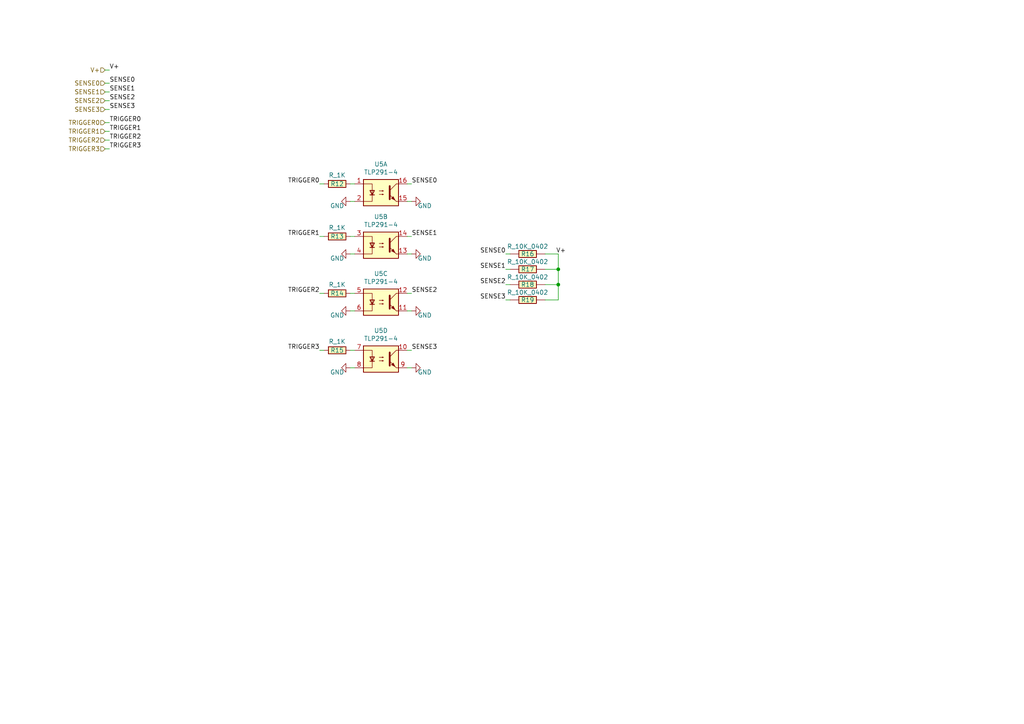
<source format=kicad_sch>
(kicad_sch (version 20230121) (generator eeschema)
  (paper "A4")
  (lib_symbols
    (symbol "Open Automation:R_10K_0402" (pin_numbers hide) (pin_names (offset 0))
      (property "Reference" "R" (at 0 0 90))
      (property "Value" "R_10K_0402" (at -1.905 0 90))
      (symbol "R_10K_0402_0_1"
        (rectangle (start -1.016 -2.54) (end 1.016 2.54) (stroke (width 0.254)) (fill (type background)))
      )
      (symbol "R_10K_0402_1_1"
        (pin passive line (at 0 -5.08 90) (length 2.54) (name "~") (number "1"))
        (pin passive line (at 0 5.08 270) (length 2.54) (name "~") (number "2"))
      )
    )
    (symbol "Open_Automation:R_1K" (pin_numbers hide) (pin_names (offset 0))
      (property "Reference" "R" (at 0 0 90))
      (property "Value" "R_1K" (at -1.905 0 90))
      (symbol "R_1K_0_1"
        (rectangle (start -1.016 -2.54) (end 1.016 2.54) (stroke (width 0.254)) (fill (type background)))
      )
      (symbol "R_1K_1_1"
        (pin passive line (at 0 3.81 270) (length 1.27) (name "~") (number "1"))
        (pin passive line (at 0 -3.81 90) (length 1.27) (name "~") (number "2"))
      )
    )
    (symbol "Open_Automation:TLP291-4"
      (property "Reference" "U" (at -5.08 5.08 0))
      (property "Value" "TLP291-4" (at 0 5.08 0))
      (symbol "TLP291-4_0_1"
        (rectangle (start -5.08 3.81) (end 5.08 -3.81) (stroke (width 0.254)) (fill (type background)))
        (polyline (pts (xy -3.175 -0.635) (xy -1.905 -0.635)) (stroke (width 0.254)))
        (polyline (pts (xy 2.54 0.635) (xy 4.445 2.54)))
        (polyline (pts (xy 4.445 -2.54) (xy 2.54 -0.635)) (fill (type outline)))
        (polyline (pts (xy 4.445 -2.54) (xy 5.08 -2.54)))
        (polyline (pts (xy 4.445 2.54) (xy 5.08 2.54)))
        (polyline (pts (xy -5.08 2.54) (xy -2.54 2.54) (xy -2.54 0.635)))
        (polyline (pts (xy -2.54 0.635) (xy -2.54 -2.54) (xy -5.08 -2.54)))
        (polyline (pts (xy 2.54 1.905) (xy 2.54 -1.905) (xy 2.54 -1.905)) (stroke (width 0.508)))
        (polyline (pts (xy -2.54 -0.635) (xy -3.175 0.635) (xy -1.905 0.635) (xy -2.54 -0.635)) (stroke (width 0.254)))
        (polyline (pts (xy -0.508 -0.508) (xy 0.762 -0.508) (xy 0.381 -0.635) (xy 0.381 -0.381) (xy 0.762 -0.508)))
        (polyline (pts (xy -0.508 0.508) (xy 0.762 0.508) (xy 0.381 0.381) (xy 0.381 0.635) (xy 0.762 0.508)))
        (polyline (pts (xy 3.048 -1.651) (xy 3.556 -1.143) (xy 4.064 -2.159) (xy 3.048 -1.651) (xy 3.048 -1.651)) (fill (type outline)))
      )
      (symbol "TLP291-4_1_1"
        (pin passive line (at -7.62 2.54 0) (length 2.54) (name "~") (number "1"))
        (pin passive line (at 7.62 -2.54 180) (length 2.54) (name "~") (number "15"))
        (pin passive line (at 7.62 2.54 180) (length 2.54) (name "~") (number "16"))
        (pin passive line (at -7.62 -2.54 0) (length 2.54) (name "~") (number "2"))
      )
      (symbol "TLP291-4_2_1"
        (pin passive line (at 7.62 -2.54 180) (length 2.54) (name "~") (number "13"))
        (pin passive line (at 7.62 2.54 180) (length 2.54) (name "~") (number "14"))
        (pin passive line (at -7.62 2.54 0) (length 2.54) (name "~") (number "3"))
        (pin passive line (at -7.62 -2.54 0) (length 2.54) (name "~") (number "4"))
      )
      (symbol "TLP291-4_3_1"
        (pin passive line (at 7.62 -2.54 180) (length 2.54) (name "~") (number "11"))
        (pin passive line (at 7.62 2.54 180) (length 2.54) (name "~") (number "12"))
        (pin passive line (at -7.62 2.54 0) (length 2.54) (name "~") (number "5"))
        (pin passive line (at -7.62 -2.54 0) (length 2.54) (name "~") (number "6"))
      )
      (symbol "TLP291-4_4_1"
        (pin passive line (at 7.62 2.54 180) (length 2.54) (name "~") (number "10"))
        (pin passive line (at -7.62 2.54 0) (length 2.54) (name "~") (number "7"))
        (pin passive line (at -7.62 -2.54 0) (length 2.54) (name "~") (number "8"))
        (pin passive line (at 7.62 -2.54 180) (length 2.54) (name "~") (number "9"))
      )
    )
    (symbol "power:GND" (power) (pin_names (offset 0))
      (property "Value" "GND" (at 0 -3.81 0))
      (symbol "GND_0_1"
        (polyline (pts (xy 0 0) (xy 0 -1.27) (xy 1.27 -1.27) (xy 0 -2.54) (xy -1.27 -1.27) (xy 0 -1.27)))
      )
      (symbol "GND_1_1"
        (pin power_in line (at 0 0 270) (length 0) hide (name "GND") (number "1"))
      )
    )
  )
  (junction (at 161.925 82.55))
  (junction (at 161.925 78.105))
  (wire (pts (xy 101.6 73.66) (xy 102.87 73.66)))
  (wire (pts (xy 146.685 78.105) (xy 147.955 78.105)))
  (wire (pts (xy 161.925 73.66) (xy 158.115 73.66)))
  (wire (pts (xy 31.75 31.75) (xy 30.48 31.75)))
  (wire (pts (xy 118.11 85.09) (xy 119.38 85.09)))
  (wire (pts (xy 161.925 78.105) (xy 161.925 73.66)))
  (wire (pts (xy 101.6 58.42) (xy 102.87 58.42)))
  (wire (pts (xy 101.6 53.34) (xy 102.87 53.34)))
  (wire (pts (xy 31.75 35.56) (xy 30.48 35.56)))
  (wire (pts (xy 158.115 78.105) (xy 161.925 78.105)))
  (wire (pts (xy 119.38 90.17) (xy 118.11 90.17)))
  (wire (pts (xy 31.75 40.64) (xy 30.48 40.64)))
  (wire (pts (xy 92.71 68.58) (xy 93.98 68.58)))
  (wire (pts (xy 101.6 101.6) (xy 102.87 101.6)))
  (wire (pts (xy 161.925 86.995) (xy 161.925 82.55)))
  (wire (pts (xy 119.38 53.34) (xy 118.11 53.34)))
  (wire (pts (xy 101.6 68.58) (xy 102.87 68.58)))
  (wire (pts (xy 31.75 29.21) (xy 30.48 29.21)))
  (wire (pts (xy 161.925 82.55) (xy 161.925 78.105)))
  (wire (pts (xy 101.6 90.17) (xy 102.87 90.17)))
  (wire (pts (xy 31.75 38.1) (xy 30.48 38.1)))
  (wire (pts (xy 119.38 68.58) (xy 118.11 68.58)))
  (wire (pts (xy 30.48 20.32) (xy 31.75 20.32)))
  (wire (pts (xy 146.685 82.55) (xy 147.955 82.55)))
  (wire (pts (xy 101.6 85.09) (xy 102.87 85.09)))
  (wire (pts (xy 31.75 26.67) (xy 30.48 26.67)))
  (wire (pts (xy 31.75 43.18) (xy 30.48 43.18)))
  (wire (pts (xy 146.685 73.66) (xy 147.955 73.66)))
  (wire (pts (xy 158.115 86.995) (xy 161.925 86.995)))
  (wire (pts (xy 119.38 106.68) (xy 118.11 106.68)))
  (wire (pts (xy 119.38 73.66) (xy 118.11 73.66)))
  (wire (pts (xy 101.6 106.68) (xy 102.87 106.68)))
  (wire (pts (xy 158.115 82.55) (xy 161.925 82.55)))
  (wire (pts (xy 31.75 24.13) (xy 30.48 24.13)))
  (wire (pts (xy 119.38 101.6) (xy 118.11 101.6)))
  (wire (pts (xy 92.71 85.09) (xy 93.98 85.09)))
  (wire (pts (xy 92.71 101.6) (xy 93.98 101.6)))
  (wire (pts (xy 92.71 53.34) (xy 93.98 53.34)))
  (wire (pts (xy 119.38 58.42) (xy 118.11 58.42)))
  (wire (pts (xy 146.685 86.995) (xy 147.955 86.995)))
  (label "SENSE1" (at 119.38 68.58 0))
  (label "TRIGGER3" (at 92.71 101.6 180))
  (label "SENSE3" (at 119.38 101.6 0))
  (label "SENSE3" (at 31.75 31.75 0))
  (label "SENSE0" (at 31.75 24.13 0))
  (label "SENSE0" (at 146.685 73.66 180))
  (label "SENSE2" (at 146.685 82.55 180))
  (label "TRIGGER3" (at 31.75 43.18 0))
  (label "TRIGGER0" (at 92.71 53.34 180))
  (label "SENSE1" (at 146.685 78.105 180))
  (label "TRIGGER1" (at 31.75 38.1 0))
  (label "SENSE3" (at 146.685 86.995 180))
  (label "V+" (at 161.29 73.66 0))
  (label "SENSE0" (at 119.38 53.34 0))
  (label "SENSE1" (at 31.75 26.67 0))
  (label "TRIGGER0" (at 31.75 35.56 0))
  (label "TRIGGER1" (at 92.71 68.58 180))
  (label "V+" (at 31.75 20.32 0))
  (label "TRIGGER2" (at 92.71 85.09 180))
  (label "SENSE2" (at 119.38 85.09 0))
  (label "TRIGGER2" (at 31.75 40.64 0))
  (label "SENSE2" (at 31.75 29.21 0))
  (hierarchical_label "SENSE3" (shape input) (at 30.48 31.75 180))
  (hierarchical_label "SENSE2" (shape input) (at 30.48 29.21 180))
  (hierarchical_label "TRIGGER1" (shape input) (at 30.48 38.1 180))
  (hierarchical_label "TRIGGER2" (shape input) (at 30.48 40.64 180))
  (hierarchical_label "SENSE1" (shape input) (at 30.48 26.67 180))
  (hierarchical_label "SENSE0" (shape input) (at 30.48 24.13 180))
  (hierarchical_label "TRIGGER3" (shape input) (at 30.48 43.18 180))
  (hierarchical_label "TRIGGER0" (shape input) (at 30.48 35.56 180))
  (hierarchical_label "V+" (shape input) (at 30.48 20.32 180))
  (symbol (lib_id "power:GND") (at 119.38 58.42 90) (unit 1)
    (property "Reference" "#PWR037" (effects hide))
    (property "Value" "GND" (at 123.19 59.69 90))
    (instances (project "access-controller" (path "" (reference "#PWR037") (unit 1)) (path "" (reference "#PWR065") (unit 1)) (path "" (reference "#PWR073") (unit 1))))
  )
  (symbol (lib_id "power:GND") (at 119.38 73.66 90) (unit 1)
    (property "Reference" "#PWR038" (effects hide))
    (property "Value" "GND" (at 123.19 74.93 90))
    (instances (project "access-controller" (path "" (reference "#PWR038") (unit 1)) (path "" (reference "#PWR066") (unit 1)) (path "" (reference "#PWR074") (unit 1))))
  )
  (symbol (lib_id "power:GND") (at 119.38 90.17 90) (unit 1)
    (property "Reference" "#PWR039" (effects hide))
    (property "Value" "GND" (at 123.19 91.44 90))
    (instances (project "access-controller" (path "" (reference "#PWR039") (unit 1)) (path "" (reference "#PWR067") (unit 1)) (path "" (reference "#PWR075") (unit 1))))
  )
  (symbol (lib_id "Open_Automation:R_1K") (at 97.79 53.34 270) (unit 1)
    (property "Reference" "R12" (at 97.79 53.34 90))
    (property "Value" "R_1K" (at 97.79 50.8 90))
    (property "Footprint" "Resistor_SMD:R_0603_1608Metric_Pad0.98x0.95mm_HandSolder" (effects hide))
    (property "Datasheet" "https://www.digikey.com/product-detail/en/panasonic-electronic-components/ERJ-3GEYJ102V/P1.0KGDKR-ND/577615" (effects hide))
    (property "Part Number" "ERJ-3GEYJ102V" (effects hide))
    (property "LCSC" " C21190" (effects hide))
    (instances (project "access-controller" (path "" (reference "R12") (unit 1)) (path "" (reference "R37") (unit 1)) (path "" (reference "R45") (unit 1))))
  )
  (symbol (lib_id "power:GND") (at 119.38 106.68 90) (unit 1)
    (property "Reference" "#PWR040" (effects hide))
    (property "Value" "GND" (at 123.19 107.95 90))
    (instances (project "access-controller" (path "" (reference "#PWR040") (unit 1)) (path "" (reference "#PWR068") (unit 1)) (path "" (reference "#PWR076") (unit 1))))
  )
  (symbol (lib_id "power:GND") (at 101.6 106.68 270) (unit 1)
    (property "Reference" "#PWR036" (effects hide))
    (property "Value" "GND" (at 97.79 107.95 90))
    (instances (project "access-controller" (path "" (reference "#PWR036") (unit 1)) (path "" (reference "#PWR064") (unit 1)) (path "" (reference "#PWR072") (unit 1))))
  )
  (symbol (lib_id "Open_Automation:R_1K") (at 97.79 68.58 270) (unit 1)
    (property "Reference" "R13" (at 97.79 68.58 90))
    (property "Value" "R_1K" (at 97.79 66.04 90))
    (property "Footprint" "Resistor_SMD:R_0603_1608Metric_Pad0.98x0.95mm_HandSolder" (effects hide))
    (property "Datasheet" "https://www.digikey.com/product-detail/en/panasonic-electronic-components/ERJ-3GEYJ102V/P1.0KGDKR-ND/577615" (effects hide))
    (property "Part Number" "ERJ-3GEYJ102V" (effects hide))
    (property "LCSC" " C21190" (effects hide))
    (instances (project "access-controller" (path "" (reference "R13") (unit 1)) (path "" (reference "R38") (unit 1)) (path "" (reference "R46") (unit 1))))
  )
  (symbol (lib_id "power:GND") (at 101.6 90.17 270) (unit 1)
    (property "Reference" "#PWR035" (effects hide))
    (property "Value" "GND" (at 97.79 91.44 90))
    (instances (project "access-controller" (path "" (reference "#PWR035") (unit 1)) (path "" (reference "#PWR063") (unit 1)) (path "" (reference "#PWR071") (unit 1))))
  )
  (symbol (lib_id "Open_Automation:R_1K") (at 97.79 85.09 270) (unit 1)
    (property "Reference" "R14" (at 97.79 85.09 90))
    (property "Value" "R_1K" (at 97.79 82.55 90))
    (property "Footprint" "Resistor_SMD:R_0603_1608Metric_Pad0.98x0.95mm_HandSolder" (effects hide))
    (property "Datasheet" "https://www.digikey.com/product-detail/en/panasonic-electronic-components/ERJ-3GEYJ102V/P1.0KGDKR-ND/577615" (effects hide))
    (property "Part Number" "ERJ-3GEYJ102V" (effects hide))
    (property "LCSC" " C21190" (effects hide))
    (instances (project "access-controller" (path "" (reference "R14") (unit 1)) (path "" (reference "R39") (unit 1)) (path "" (reference "R47") (unit 1))))
  )
  (symbol (lib_id "power:GND") (at 101.6 73.66 270) (unit 1)
    (property "Reference" "#PWR034" (effects hide))
    (property "Value" "GND" (at 97.79 74.93 90))
    (instances (project "access-controller" (path "" (reference "#PWR034") (unit 1)) (path "" (reference "#PWR062") (unit 1)) (path "" (reference "#PWR070") (unit 1))))
  )
  (symbol (lib_id "Open_Automation:TLP291-4") (at 110.49 55.88 0) (unit 1)
    (property "Reference" "U5" (at 110.49 47.625 0))
    (property "Value" "TLP291-4" (at 110.49 49.9364 0))
    (property "Footprint" "Package_SO:SOP-16_4.4x10.4mm_P1.27mm" (effects hide))
    (property "Datasheet" "https://datasheet.lcsc.com/szlcsc/TOSHIBA-TLP291-4-GB-TP-E-T_C60900.pdf" (effects hide))
    (property "LCSC" "C60900" (effects hide))
    (property "Part Number" "TLP291-4(GB-TP,E(T" (effects hide))
    (instances (project "access-controller" (path "" (reference "U5") (unit 1)) (path "" (reference "U9") (unit 1)) (path "" (reference "U10") (unit 1))))
  )
  (symbol (lib_id "Open_Automation:TLP291-4") (at 110.49 71.12 0) (unit 2)
    (property "Reference" "U5" (at 110.49 62.865 0))
    (property "Value" "TLP291-4" (at 110.49 65.1764 0))
    (property "Footprint" "Package_SO:SOP-16_4.4x10.4mm_P1.27mm" (effects hide))
    (property "Datasheet" "https://datasheet.lcsc.com/szlcsc/TOSHIBA-TLP291-4-GB-TP-E-T_C60900.pdf" (effects hide))
    (property "LCSC" "C60900" (effects hide))
    (property "Part Number" "TLP291-4(GB-TP,E(T" (effects hide))
    (instances (project "access-controller" (path "" (reference "U5") (unit 2)) (path "" (reference "U9") (unit 2)) (path "" (reference "U10") (unit 2))))
  )
  (symbol (lib_id "Open_Automation:TLP291-4") (at 110.49 87.63 0) (unit 3)
    (property "Reference" "U5" (at 110.49 79.375 0))
    (property "Value" "TLP291-4" (at 110.49 81.6864 0))
    (property "Footprint" "Package_SO:SOP-16_4.4x10.4mm_P1.27mm" (effects hide))
    (property "Datasheet" "https://datasheet.lcsc.com/szlcsc/TOSHIBA-TLP291-4-GB-TP-E-T_C60900.pdf" (effects hide))
    (property "LCSC" "C60900" (effects hide))
    (property "Part Number" "TLP291-4(GB-TP,E(T" (effects hide))
    (instances (project "access-controller" (path "" (reference "U5") (unit 3)) (path "" (reference "U9") (unit 3)) (path "" (reference "U10") (unit 3))))
  )
  (symbol (lib_id "Open_Automation:TLP291-4") (at 110.49 104.14 0) (unit 4)
    (property "Reference" "U5" (at 110.49 95.885 0))
    (property "Value" "TLP291-4" (at 110.49 98.1964 0))
    (property "Footprint" "Package_SO:SOP-16_4.4x10.4mm_P1.27mm" (effects hide))
    (property "Datasheet" "https://datasheet.lcsc.com/szlcsc/TOSHIBA-TLP291-4-GB-TP-E-T_C60900.pdf" (effects hide))
    (property "LCSC" "C60900" (effects hide))
    (property "Part Number" "TLP291-4(GB-TP,E(T" (effects hide))
    (instances (project "access-controller" (path "" (reference "U5") (unit 4)) (path "" (reference "U9") (unit 4)) (path "" (reference "U10") (unit 4))))
  )
  (symbol (lib_id "Open_Automation:R_1K") (at 97.79 101.6 270) (unit 1)
    (property "Reference" "R15" (at 97.79 101.6 90))
    (property "Value" "R_1K" (at 97.79 99.06 90))
    (property "Footprint" "Resistor_SMD:R_0603_1608Metric_Pad0.98x0.95mm_HandSolder" (effects hide))
    (property "Datasheet" "https://www.digikey.com/product-detail/en/panasonic-electronic-components/ERJ-3GEYJ102V/P1.0KGDKR-ND/577615" (effects hide))
    (property "Part Number" "ERJ-3GEYJ102V" (effects hide))
    (property "LCSC" " C21190" (effects hide))
    (instances (project "access-controller" (path "" (reference "R15") (unit 1)) (path "" (reference "R40") (unit 1)) (path "" (reference "R48") (unit 1))))
  )
  (symbol (lib_id "power:GND") (at 101.6 58.42 270) (unit 1)
    (property "Reference" "#PWR033" (effects hide))
    (property "Value" "GND" (at 97.79 59.69 90))
    (instances (project "access-controller" (path "" (reference "#PWR033") (unit 1)) (path "" (reference "#PWR061") (unit 1)) (path "" (reference "#PWR069") (unit 1))))
  )
  (symbol (lib_id "Open Automation:R_10K_0402") (at 153.035 82.55 90) (unit 1)
    (property "Reference" "R18" (at 153.035 82.55 90))
    (property "Value" "R_10K_0402" (at 153.035 80.3711 90))
    (property "Footprint" "Resistor_SMD:R_0402_1005Metric_Pad0.72x0.64mm_HandSolder" (effects hide))
    (property "Datasheet" "https://datasheet.lcsc.com/szlcsc/Uniroyal-Elec-0402WGF1002TCE_C25744.pdf" (effects hide))
    (property "Part Number" "0402WGF1002TCE" (effects hide))
    (property "LCSC" "C25744" (effects hide))
    (instances (project "access-controller" (path "" (reference "R18") (unit 1)) (path "" (reference "R43") (unit 1)) (path "" (reference "R51") (unit 1))))
  )
  (symbol (lib_id "Open Automation:R_10K_0402") (at 153.035 86.995 90) (unit 1)
    (property "Reference" "R19" (at 153.035 86.995 90))
    (property "Value" "R_10K_0402" (at 153.035 84.8161 90))
    (property "Footprint" "Resistor_SMD:R_0402_1005Metric_Pad0.72x0.64mm_HandSolder" (effects hide))
    (property "Datasheet" "https://datasheet.lcsc.com/szlcsc/Uniroyal-Elec-0402WGF1002TCE_C25744.pdf" (effects hide))
    (property "Part Number" "0402WGF1002TCE" (effects hide))
    (property "LCSC" "C25744" (effects hide))
    (instances (project "access-controller" (path "" (reference "R19") (unit 1)) (path "" (reference "R44") (unit 1)) (path "" (reference "R52") (unit 1))))
  )
  (symbol (lib_id "Open Automation:R_10K_0402") (at 153.035 73.66 90) (unit 1)
    (property "Reference" "R16" (at 153.035 73.66 90))
    (property "Value" "R_10K_0402" (at 153.035 71.4811 90))
    (property "Footprint" "Resistor_SMD:R_0402_1005Metric_Pad0.72x0.64mm_HandSolder" (effects hide))
    (property "Datasheet" "https://datasheet.lcsc.com/szlcsc/Uniroyal-Elec-0402WGF1002TCE_C25744.pdf" (effects hide))
    (property "Part Number" "0402WGF1002TCE" (effects hide))
    (property "LCSC" "C25744" (effects hide))
    (instances (project "access-controller" (path "" (reference "R16") (unit 1)) (path "" (reference "R41") (unit 1)) (path "" (reference "R49") (unit 1))))
  )
  (symbol (lib_id "Open Automation:R_10K_0402") (at 153.035 78.105 90) (unit 1)
    (property "Reference" "R17" (at 153.035 78.105 90))
    (property "Value" "R_10K_0402" (at 153.035 75.9261 90))
    (property "Footprint" "Resistor_SMD:R_0402_1005Metric_Pad0.72x0.64mm_HandSolder" (effects hide))
    (property "Datasheet" "https://datasheet.lcsc.com/szlcsc/Uniroyal-Elec-0402WGF1002TCE_C25744.pdf" (effects hide))
    (property "Part Number" "0402WGF1002TCE" (effects hide))
    (property "LCSC" "C25744" (effects hide))
    (instances (project "access-controller" (path "" (reference "R17") (unit 1)) (path "" (reference "R42") (unit 1)) (path "" (reference "R50") (unit 1))))
  )
)
</source>
